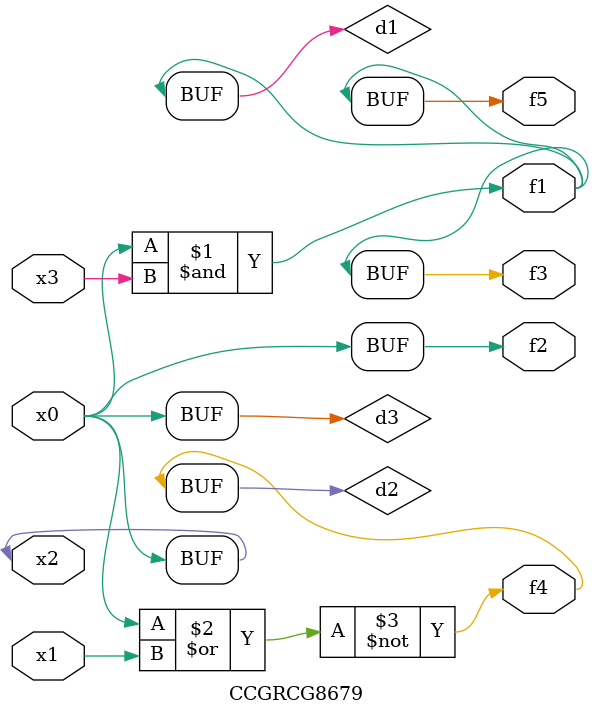
<source format=v>
module CCGRCG8679(
	input x0, x1, x2, x3,
	output f1, f2, f3, f4, f5
);

	wire d1, d2, d3;

	and (d1, x2, x3);
	nor (d2, x0, x1);
	buf (d3, x0, x2);
	assign f1 = d1;
	assign f2 = d3;
	assign f3 = d1;
	assign f4 = d2;
	assign f5 = d1;
endmodule

</source>
